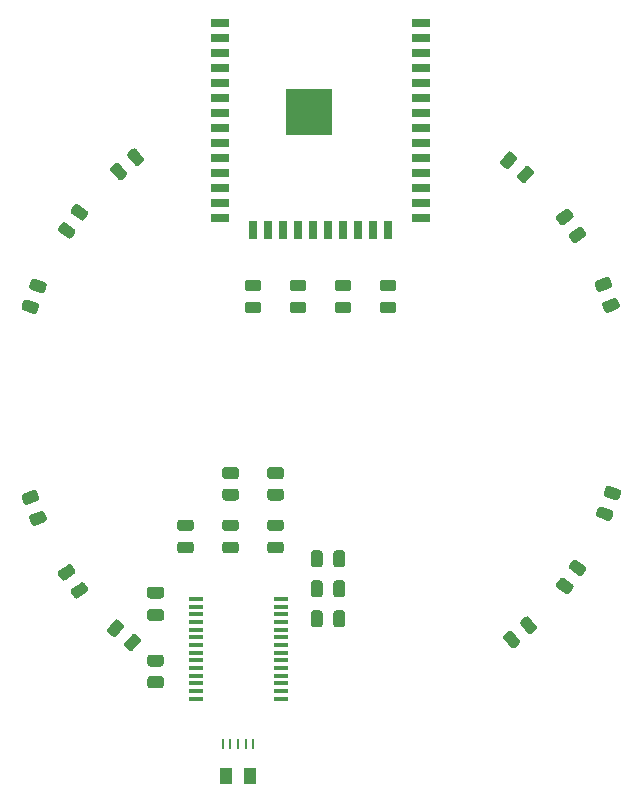
<source format=gbr>
G04 #@! TF.GenerationSoftware,KiCad,Pcbnew,(5.1.9-0-10_14)*
G04 #@! TF.CreationDate,2021-06-02T14:27:10-05:00*
G04 #@! TF.ProjectId,kbxIrBlaster,6b627849-7242-46c6-9173-7465722e6b69,rev?*
G04 #@! TF.SameCoordinates,Original*
G04 #@! TF.FileFunction,Paste,Top*
G04 #@! TF.FilePolarity,Positive*
%FSLAX46Y46*%
G04 Gerber Fmt 4.6, Leading zero omitted, Abs format (unit mm)*
G04 Created by KiCad (PCBNEW (5.1.9-0-10_14)) date 2021-06-02 14:27:10*
%MOMM*%
%LPD*%
G01*
G04 APERTURE LIST*
%ADD10R,1.225000X0.315000*%
%ADD11R,1.050000X1.330000*%
%ADD12R,0.280000X0.945000*%
%ADD13R,1.600000X0.720000*%
%ADD14R,0.720000X1.600000*%
%ADD15R,4.000000X4.000000*%
G04 APERTURE END LIST*
D10*
X146615000Y-106730000D03*
X146615000Y-107380000D03*
X146615000Y-108030000D03*
X146615000Y-108680000D03*
X146615000Y-109330000D03*
X146615000Y-109980000D03*
X146615000Y-110630000D03*
X146615000Y-111280000D03*
X146615000Y-111930000D03*
X146615000Y-112580000D03*
X146615000Y-113230000D03*
X146615000Y-113880000D03*
X146615000Y-114530000D03*
X146615000Y-115180000D03*
X139415000Y-115180000D03*
X139415000Y-114530000D03*
X139415000Y-113880000D03*
X139415000Y-113230000D03*
X139415000Y-112580000D03*
X139415000Y-111930000D03*
X139415000Y-111280000D03*
X139415000Y-110630000D03*
X139415000Y-109980000D03*
X139415000Y-109330000D03*
X139415000Y-108680000D03*
X139415000Y-108030000D03*
X139415000Y-107380000D03*
X139415000Y-106730000D03*
G36*
G01*
X135579998Y-113260000D02*
X136480002Y-113260000D01*
G75*
G02*
X136730000Y-113509998I0J-249998D01*
G01*
X136730000Y-114035002D01*
G75*
G02*
X136480002Y-114285000I-249998J0D01*
G01*
X135579998Y-114285000D01*
G75*
G02*
X135330000Y-114035002I0J249998D01*
G01*
X135330000Y-113509998D01*
G75*
G02*
X135579998Y-113260000I249998J0D01*
G01*
G37*
G36*
G01*
X135579998Y-111435000D02*
X136480002Y-111435000D01*
G75*
G02*
X136730000Y-111684998I0J-249998D01*
G01*
X136730000Y-112210002D01*
G75*
G02*
X136480002Y-112460000I-249998J0D01*
G01*
X135579998Y-112460000D01*
G75*
G02*
X135330000Y-112210002I0J249998D01*
G01*
X135330000Y-111684998D01*
G75*
G02*
X135579998Y-111435000I249998J0D01*
G01*
G37*
G36*
G01*
X142830002Y-96585000D02*
X141929998Y-96585000D01*
G75*
G02*
X141680000Y-96335002I0J249998D01*
G01*
X141680000Y-95809998D01*
G75*
G02*
X141929998Y-95560000I249998J0D01*
G01*
X142830002Y-95560000D01*
G75*
G02*
X143080000Y-95809998I0J-249998D01*
G01*
X143080000Y-96335002D01*
G75*
G02*
X142830002Y-96585000I-249998J0D01*
G01*
G37*
G36*
G01*
X142830002Y-98410000D02*
X141929998Y-98410000D01*
G75*
G02*
X141680000Y-98160002I0J249998D01*
G01*
X141680000Y-97634998D01*
G75*
G02*
X141929998Y-97385000I249998J0D01*
G01*
X142830002Y-97385000D01*
G75*
G02*
X143080000Y-97634998I0J-249998D01*
G01*
X143080000Y-98160002D01*
G75*
G02*
X142830002Y-98410000I-249998J0D01*
G01*
G37*
G36*
G01*
X146640002Y-96585000D02*
X145739998Y-96585000D01*
G75*
G02*
X145490000Y-96335002I0J249998D01*
G01*
X145490000Y-95809998D01*
G75*
G02*
X145739998Y-95560000I249998J0D01*
G01*
X146640002Y-95560000D01*
G75*
G02*
X146890000Y-95809998I0J-249998D01*
G01*
X146890000Y-96335002D01*
G75*
G02*
X146640002Y-96585000I-249998J0D01*
G01*
G37*
G36*
G01*
X146640002Y-98410000D02*
X145739998Y-98410000D01*
G75*
G02*
X145490000Y-98160002I0J249998D01*
G01*
X145490000Y-97634998D01*
G75*
G02*
X145739998Y-97385000I249998J0D01*
G01*
X146640002Y-97385000D01*
G75*
G02*
X146890000Y-97634998I0J-249998D01*
G01*
X146890000Y-98160002D01*
G75*
G02*
X146640002Y-98410000I-249998J0D01*
G01*
G37*
D11*
X142015000Y-121717500D03*
D12*
X143015000Y-119017500D03*
X143665000Y-119017500D03*
X144315000Y-119017500D03*
X141715000Y-119017500D03*
X142365000Y-119017500D03*
D11*
X144015000Y-121717500D03*
G36*
G01*
X138113750Y-101880000D02*
X139026250Y-101880000D01*
G75*
G02*
X139270000Y-102123750I0J-243750D01*
G01*
X139270000Y-102611250D01*
G75*
G02*
X139026250Y-102855000I-243750J0D01*
G01*
X138113750Y-102855000D01*
G75*
G02*
X137870000Y-102611250I0J243750D01*
G01*
X137870000Y-102123750D01*
G75*
G02*
X138113750Y-101880000I243750J0D01*
G01*
G37*
G36*
G01*
X138113750Y-100005000D02*
X139026250Y-100005000D01*
G75*
G02*
X139270000Y-100248750I0J-243750D01*
G01*
X139270000Y-100736250D01*
G75*
G02*
X139026250Y-100980000I-243750J0D01*
G01*
X138113750Y-100980000D01*
G75*
G02*
X137870000Y-100736250I0J243750D01*
G01*
X137870000Y-100248750D01*
G75*
G02*
X138113750Y-100005000I243750J0D01*
G01*
G37*
G36*
G01*
X141923750Y-101880000D02*
X142836250Y-101880000D01*
G75*
G02*
X143080000Y-102123750I0J-243750D01*
G01*
X143080000Y-102611250D01*
G75*
G02*
X142836250Y-102855000I-243750J0D01*
G01*
X141923750Y-102855000D01*
G75*
G02*
X141680000Y-102611250I0J243750D01*
G01*
X141680000Y-102123750D01*
G75*
G02*
X141923750Y-101880000I243750J0D01*
G01*
G37*
G36*
G01*
X141923750Y-100005000D02*
X142836250Y-100005000D01*
G75*
G02*
X143080000Y-100248750I0J-243750D01*
G01*
X143080000Y-100736250D01*
G75*
G02*
X142836250Y-100980000I-243750J0D01*
G01*
X141923750Y-100980000D01*
G75*
G02*
X141680000Y-100736250I0J243750D01*
G01*
X141680000Y-100248750D01*
G75*
G02*
X141923750Y-100005000I243750J0D01*
G01*
G37*
G36*
G01*
X145733750Y-101880000D02*
X146646250Y-101880000D01*
G75*
G02*
X146890000Y-102123750I0J-243750D01*
G01*
X146890000Y-102611250D01*
G75*
G02*
X146646250Y-102855000I-243750J0D01*
G01*
X145733750Y-102855000D01*
G75*
G02*
X145490000Y-102611250I0J243750D01*
G01*
X145490000Y-102123750D01*
G75*
G02*
X145733750Y-101880000I243750J0D01*
G01*
G37*
G36*
G01*
X145733750Y-100005000D02*
X146646250Y-100005000D01*
G75*
G02*
X146890000Y-100248750I0J-243750D01*
G01*
X146890000Y-100736250D01*
G75*
G02*
X146646250Y-100980000I-243750J0D01*
G01*
X145733750Y-100980000D01*
G75*
G02*
X145490000Y-100736250I0J243750D01*
G01*
X145490000Y-100248750D01*
G75*
G02*
X145733750Y-100005000I243750J0D01*
G01*
G37*
G36*
G01*
X166688449Y-70826762D02*
X167274993Y-70127747D01*
G75*
G02*
X167618395Y-70097703I186723J-156679D01*
G01*
X167991841Y-70411062D01*
G75*
G02*
X168021885Y-70754464I-156679J-186723D01*
G01*
X167435341Y-71453479D01*
G75*
G02*
X167091939Y-71483523I-186723J156679D01*
G01*
X166718493Y-71170164D01*
G75*
G02*
X166688449Y-70826762I156679J186723D01*
G01*
G37*
G36*
G01*
X165252115Y-69621536D02*
X165838659Y-68922521D01*
G75*
G02*
X166182061Y-68892477I186723J-156679D01*
G01*
X166555507Y-69205836D01*
G75*
G02*
X166585551Y-69549238I-156679J-186723D01*
G01*
X165999007Y-70248253D01*
G75*
G02*
X165655605Y-70278297I-186723J156679D01*
G01*
X165282159Y-69964938D01*
G75*
G02*
X165252115Y-69621536I156679J186723D01*
G01*
G37*
G36*
G01*
X174442644Y-97140891D02*
X175300113Y-97452985D01*
G75*
G02*
X175445796Y-97765402I-83367J-229050D01*
G01*
X175279061Y-98223502D01*
G75*
G02*
X174966644Y-98369185I-229050J83367D01*
G01*
X174109175Y-98057091D01*
G75*
G02*
X173963492Y-97744674I83367J229050D01*
G01*
X174130227Y-97286574D01*
G75*
G02*
X174442644Y-97140891I229050J-83367D01*
G01*
G37*
G36*
G01*
X173801356Y-98902815D02*
X174658825Y-99214909D01*
G75*
G02*
X174804508Y-99527326I-83367J-229050D01*
G01*
X174637773Y-99985426D01*
G75*
G02*
X174325356Y-100131109I-229050J83367D01*
G01*
X173467887Y-99819015D01*
G75*
G02*
X173322204Y-99506598I83367J229050D01*
G01*
X173488939Y-99048498D01*
G75*
G02*
X173801356Y-98902815I229050J-83367D01*
G01*
G37*
G36*
G01*
X133311551Y-109173238D02*
X132725007Y-109872253D01*
G75*
G02*
X132381605Y-109902297I-186723J156679D01*
G01*
X132008159Y-109588938D01*
G75*
G02*
X131978115Y-109245536I156679J186723D01*
G01*
X132564659Y-108546521D01*
G75*
G02*
X132908061Y-108516477I186723J-156679D01*
G01*
X133281507Y-108829836D01*
G75*
G02*
X133311551Y-109173238I-156679J-186723D01*
G01*
G37*
G36*
G01*
X134747885Y-110378464D02*
X134161341Y-111077479D01*
G75*
G02*
X133817939Y-111107523I-186723J156679D01*
G01*
X133444493Y-110794164D01*
G75*
G02*
X133414449Y-110450762I156679J186723D01*
G01*
X134000993Y-109751747D01*
G75*
G02*
X134344395Y-109721703I186723J-156679D01*
G01*
X134717841Y-110035062D01*
G75*
G02*
X134747885Y-110378464I-156679J-186723D01*
G01*
G37*
G36*
G01*
X126325644Y-80843185D02*
X125468175Y-80531091D01*
G75*
G02*
X125322492Y-80218674I83367J229050D01*
G01*
X125489227Y-79760574D01*
G75*
G02*
X125801644Y-79614891I229050J-83367D01*
G01*
X126659113Y-79926985D01*
G75*
G02*
X126804796Y-80239402I-83367J-229050D01*
G01*
X126638061Y-80697502D01*
G75*
G02*
X126325644Y-80843185I-229050J83367D01*
G01*
G37*
G36*
G01*
X125684356Y-82605109D02*
X124826887Y-82293015D01*
G75*
G02*
X124681204Y-81980598I83367J229050D01*
G01*
X124847939Y-81522498D01*
G75*
G02*
X125160356Y-81376815I229050J-83367D01*
G01*
X126017825Y-81688909D01*
G75*
G02*
X126163508Y-82001326I-83367J-229050D01*
G01*
X125996773Y-82459426D01*
G75*
G02*
X125684356Y-82605109I-229050J83367D01*
G01*
G37*
G36*
G01*
X173982175Y-81561909D02*
X174839644Y-81249815D01*
G75*
G02*
X175152061Y-81395498I83367J-229050D01*
G01*
X175318796Y-81853598D01*
G75*
G02*
X175173113Y-82166015I-229050J-83367D01*
G01*
X174315644Y-82478109D01*
G75*
G02*
X174003227Y-82332426I-83367J229050D01*
G01*
X173836492Y-81874326D01*
G75*
G02*
X173982175Y-81561909I229050J83367D01*
G01*
G37*
G36*
G01*
X173340887Y-79799985D02*
X174198356Y-79487891D01*
G75*
G02*
X174510773Y-79633574I83367J-229050D01*
G01*
X174677508Y-80091674D01*
G75*
G02*
X174531825Y-80404091I-229050J-83367D01*
G01*
X173674356Y-80716185D01*
G75*
G02*
X173361939Y-80570502I-83367J229050D01*
G01*
X173195204Y-80112402D01*
G75*
G02*
X173340887Y-79799985I229050J83367D01*
G01*
G37*
G36*
G01*
X166253007Y-109497747D02*
X166839551Y-110196762D01*
G75*
G02*
X166809507Y-110540164I-186723J-156679D01*
G01*
X166436061Y-110853523D01*
G75*
G02*
X166092659Y-110823479I-156679J186723D01*
G01*
X165506115Y-110124464D01*
G75*
G02*
X165536159Y-109781062I186723J156679D01*
G01*
X165909605Y-109467703D01*
G75*
G02*
X166253007Y-109497747I156679J-186723D01*
G01*
G37*
G36*
G01*
X167689341Y-108292521D02*
X168275885Y-108991536D01*
G75*
G02*
X168245841Y-109334938I-186723J-156679D01*
G01*
X167872395Y-109648297D01*
G75*
G02*
X167528993Y-109618253I-156679J186723D01*
G01*
X166942449Y-108919238D01*
G75*
G02*
X166972493Y-108575836I186723J156679D01*
G01*
X167345939Y-108262477D01*
G75*
G02*
X167689341Y-108292521I156679J-186723D01*
G01*
G37*
G36*
G01*
X126017825Y-98438091D02*
X125160356Y-98750185D01*
G75*
G02*
X124847939Y-98604502I-83367J229050D01*
G01*
X124681204Y-98146402D01*
G75*
G02*
X124826887Y-97833985I229050J83367D01*
G01*
X125684356Y-97521891D01*
G75*
G02*
X125996773Y-97667574I83367J-229050D01*
G01*
X126163508Y-98125674D01*
G75*
G02*
X126017825Y-98438091I-229050J-83367D01*
G01*
G37*
G36*
G01*
X126659113Y-100200015D02*
X125801644Y-100512109D01*
G75*
G02*
X125489227Y-100366426I-83367J229050D01*
G01*
X125322492Y-99908326D01*
G75*
G02*
X125468175Y-99595909I229050J83367D01*
G01*
X126325644Y-99283815D01*
G75*
G02*
X126638061Y-99429498I83367J-229050D01*
G01*
X126804796Y-99887598D01*
G75*
G02*
X126659113Y-100200015I-229050J-83367D01*
G01*
G37*
G36*
G01*
X134254993Y-69994253D02*
X133668449Y-69295238D01*
G75*
G02*
X133698493Y-68951836I186723J156679D01*
G01*
X134071939Y-68638477D01*
G75*
G02*
X134415341Y-68668521I156679J-186723D01*
G01*
X135001885Y-69367536D01*
G75*
G02*
X134971841Y-69710938I-186723J-156679D01*
G01*
X134598395Y-70024297D01*
G75*
G02*
X134254993Y-69994253I-156679J186723D01*
G01*
G37*
G36*
G01*
X132818659Y-71199479D02*
X132232115Y-70500464D01*
G75*
G02*
X132262159Y-70157062I186723J156679D01*
G01*
X132635605Y-69843703D01*
G75*
G02*
X132979007Y-69873747I156679J-186723D01*
G01*
X133565551Y-70572762D01*
G75*
G02*
X133535507Y-70916164I-186723J-156679D01*
G01*
X133162061Y-71229523D01*
G75*
G02*
X132818659Y-71199479I-156679J186723D01*
G01*
G37*
G36*
G01*
X171093372Y-75771313D02*
X171840848Y-75247924D01*
G75*
G02*
X172180325Y-75307783I139809J-199668D01*
G01*
X172459943Y-75707120D01*
G75*
G02*
X172400084Y-76046597I-199668J-139809D01*
G01*
X171652608Y-76569986D01*
G75*
G02*
X171313131Y-76510127I-139809J199668D01*
G01*
X171033513Y-76110790D01*
G75*
G02*
X171093372Y-75771313I199668J139809D01*
G01*
G37*
G36*
G01*
X170017916Y-74235403D02*
X170765392Y-73712014D01*
G75*
G02*
X171104869Y-73771873I139809J-199668D01*
G01*
X171384487Y-74171210D01*
G75*
G02*
X171324628Y-74510687I-199668J-139809D01*
G01*
X170577152Y-75034076D01*
G75*
G02*
X170237675Y-74974217I-139809J199668D01*
G01*
X169958057Y-74574880D01*
G75*
G02*
X170017916Y-74235403I199668J139809D01*
G01*
G37*
G36*
G01*
X170577152Y-104965924D02*
X171324628Y-105489313D01*
G75*
G02*
X171384487Y-105828790I-139809J-199668D01*
G01*
X171104869Y-106228127D01*
G75*
G02*
X170765392Y-106287986I-199668J139809D01*
G01*
X170017916Y-105764597D01*
G75*
G02*
X169958057Y-105425120I139809J199668D01*
G01*
X170237675Y-105025783D01*
G75*
G02*
X170577152Y-104965924I199668J-139809D01*
G01*
G37*
G36*
G01*
X171652608Y-103430014D02*
X172400084Y-103953403D01*
G75*
G02*
X172459943Y-104292880I-139809J-199668D01*
G01*
X172180325Y-104692217D01*
G75*
G02*
X171840848Y-104752076I-199668J139809D01*
G01*
X171093372Y-104228687D01*
G75*
G02*
X171033513Y-103889210I139809J199668D01*
G01*
X171313131Y-103489873D01*
G75*
G02*
X171652608Y-103430014I199668J-139809D01*
G01*
G37*
G36*
G01*
X129160628Y-104609687D02*
X128413152Y-105133076D01*
G75*
G02*
X128073675Y-105073217I-139809J199668D01*
G01*
X127794057Y-104673880D01*
G75*
G02*
X127853916Y-104334403I199668J139809D01*
G01*
X128601392Y-103811014D01*
G75*
G02*
X128940869Y-103870873I139809J-199668D01*
G01*
X129220487Y-104270210D01*
G75*
G02*
X129160628Y-104609687I-199668J-139809D01*
G01*
G37*
G36*
G01*
X130236084Y-106145597D02*
X129488608Y-106668986D01*
G75*
G02*
X129149131Y-106609127I-139809J199668D01*
G01*
X128869513Y-106209790D01*
G75*
G02*
X128929372Y-105870313I199668J139809D01*
G01*
X129676848Y-105346924D01*
G75*
G02*
X130016325Y-105406783I139809J-199668D01*
G01*
X130295943Y-105806120D01*
G75*
G02*
X130236084Y-106145597I-199668J-139809D01*
G01*
G37*
G36*
G01*
X129676848Y-74653076D02*
X128929372Y-74129687D01*
G75*
G02*
X128869513Y-73790210I139809J199668D01*
G01*
X129149131Y-73390873D01*
G75*
G02*
X129488608Y-73331014I199668J-139809D01*
G01*
X130236084Y-73854403D01*
G75*
G02*
X130295943Y-74193880I-139809J-199668D01*
G01*
X130016325Y-74593217D01*
G75*
G02*
X129676848Y-74653076I-199668J139809D01*
G01*
G37*
G36*
G01*
X128601392Y-76188986D02*
X127853916Y-75665597D01*
G75*
G02*
X127794057Y-75326120I139809J199668D01*
G01*
X128073675Y-74926783D01*
G75*
G02*
X128413152Y-74866924I199668J-139809D01*
G01*
X129160628Y-75390313D01*
G75*
G02*
X129220487Y-75729790I-139809J-199668D01*
G01*
X128940869Y-76129127D01*
G75*
G02*
X128601392Y-76188986I-199668J139809D01*
G01*
G37*
G36*
G01*
X143828750Y-81560000D02*
X144741250Y-81560000D01*
G75*
G02*
X144985000Y-81803750I0J-243750D01*
G01*
X144985000Y-82291250D01*
G75*
G02*
X144741250Y-82535000I-243750J0D01*
G01*
X143828750Y-82535000D01*
G75*
G02*
X143585000Y-82291250I0J243750D01*
G01*
X143585000Y-81803750D01*
G75*
G02*
X143828750Y-81560000I243750J0D01*
G01*
G37*
G36*
G01*
X143828750Y-79685000D02*
X144741250Y-79685000D01*
G75*
G02*
X144985000Y-79928750I0J-243750D01*
G01*
X144985000Y-80416250D01*
G75*
G02*
X144741250Y-80660000I-243750J0D01*
G01*
X143828750Y-80660000D01*
G75*
G02*
X143585000Y-80416250I0J243750D01*
G01*
X143585000Y-79928750D01*
G75*
G02*
X143828750Y-79685000I243750J0D01*
G01*
G37*
G36*
G01*
X147638750Y-81560000D02*
X148551250Y-81560000D01*
G75*
G02*
X148795000Y-81803750I0J-243750D01*
G01*
X148795000Y-82291250D01*
G75*
G02*
X148551250Y-82535000I-243750J0D01*
G01*
X147638750Y-82535000D01*
G75*
G02*
X147395000Y-82291250I0J243750D01*
G01*
X147395000Y-81803750D01*
G75*
G02*
X147638750Y-81560000I243750J0D01*
G01*
G37*
G36*
G01*
X147638750Y-79685000D02*
X148551250Y-79685000D01*
G75*
G02*
X148795000Y-79928750I0J-243750D01*
G01*
X148795000Y-80416250D01*
G75*
G02*
X148551250Y-80660000I-243750J0D01*
G01*
X147638750Y-80660000D01*
G75*
G02*
X147395000Y-80416250I0J243750D01*
G01*
X147395000Y-79928750D01*
G75*
G02*
X147638750Y-79685000I243750J0D01*
G01*
G37*
G36*
G01*
X151448750Y-81560000D02*
X152361250Y-81560000D01*
G75*
G02*
X152605000Y-81803750I0J-243750D01*
G01*
X152605000Y-82291250D01*
G75*
G02*
X152361250Y-82535000I-243750J0D01*
G01*
X151448750Y-82535000D01*
G75*
G02*
X151205000Y-82291250I0J243750D01*
G01*
X151205000Y-81803750D01*
G75*
G02*
X151448750Y-81560000I243750J0D01*
G01*
G37*
G36*
G01*
X151448750Y-79685000D02*
X152361250Y-79685000D01*
G75*
G02*
X152605000Y-79928750I0J-243750D01*
G01*
X152605000Y-80416250D01*
G75*
G02*
X152361250Y-80660000I-243750J0D01*
G01*
X151448750Y-80660000D01*
G75*
G02*
X151205000Y-80416250I0J243750D01*
G01*
X151205000Y-79928750D01*
G75*
G02*
X151448750Y-79685000I243750J0D01*
G01*
G37*
G36*
G01*
X155258750Y-81560000D02*
X156171250Y-81560000D01*
G75*
G02*
X156415000Y-81803750I0J-243750D01*
G01*
X156415000Y-82291250D01*
G75*
G02*
X156171250Y-82535000I-243750J0D01*
G01*
X155258750Y-82535000D01*
G75*
G02*
X155015000Y-82291250I0J243750D01*
G01*
X155015000Y-81803750D01*
G75*
G02*
X155258750Y-81560000I243750J0D01*
G01*
G37*
G36*
G01*
X155258750Y-79685000D02*
X156171250Y-79685000D01*
G75*
G02*
X156415000Y-79928750I0J-243750D01*
G01*
X156415000Y-80416250D01*
G75*
G02*
X156171250Y-80660000I-243750J0D01*
G01*
X155258750Y-80660000D01*
G75*
G02*
X155015000Y-80416250I0J243750D01*
G01*
X155015000Y-79928750D01*
G75*
G02*
X155258750Y-79685000I243750J0D01*
G01*
G37*
G36*
G01*
X136505000Y-106695000D02*
X135555000Y-106695000D01*
G75*
G02*
X135305000Y-106445000I0J250000D01*
G01*
X135305000Y-105945000D01*
G75*
G02*
X135555000Y-105695000I250000J0D01*
G01*
X136505000Y-105695000D01*
G75*
G02*
X136755000Y-105945000I0J-250000D01*
G01*
X136755000Y-106445000D01*
G75*
G02*
X136505000Y-106695000I-250000J0D01*
G01*
G37*
G36*
G01*
X136505000Y-108595000D02*
X135555000Y-108595000D01*
G75*
G02*
X135305000Y-108345000I0J250000D01*
G01*
X135305000Y-107845000D01*
G75*
G02*
X135555000Y-107595000I250000J0D01*
G01*
X136505000Y-107595000D01*
G75*
G02*
X136755000Y-107845000I0J-250000D01*
G01*
X136755000Y-108345000D01*
G75*
G02*
X136505000Y-108595000I-250000J0D01*
G01*
G37*
G36*
G01*
X150185000Y-107940000D02*
X150185000Y-108890000D01*
G75*
G02*
X149935000Y-109140000I-250000J0D01*
G01*
X149435000Y-109140000D01*
G75*
G02*
X149185000Y-108890000I0J250000D01*
G01*
X149185000Y-107940000D01*
G75*
G02*
X149435000Y-107690000I250000J0D01*
G01*
X149935000Y-107690000D01*
G75*
G02*
X150185000Y-107940000I0J-250000D01*
G01*
G37*
G36*
G01*
X152085000Y-107940000D02*
X152085000Y-108890000D01*
G75*
G02*
X151835000Y-109140000I-250000J0D01*
G01*
X151335000Y-109140000D01*
G75*
G02*
X151085000Y-108890000I0J250000D01*
G01*
X151085000Y-107940000D01*
G75*
G02*
X151335000Y-107690000I250000J0D01*
G01*
X151835000Y-107690000D01*
G75*
G02*
X152085000Y-107940000I0J-250000D01*
G01*
G37*
G36*
G01*
X150185000Y-105400000D02*
X150185000Y-106350000D01*
G75*
G02*
X149935000Y-106600000I-250000J0D01*
G01*
X149435000Y-106600000D01*
G75*
G02*
X149185000Y-106350000I0J250000D01*
G01*
X149185000Y-105400000D01*
G75*
G02*
X149435000Y-105150000I250000J0D01*
G01*
X149935000Y-105150000D01*
G75*
G02*
X150185000Y-105400000I0J-250000D01*
G01*
G37*
G36*
G01*
X152085000Y-105400000D02*
X152085000Y-106350000D01*
G75*
G02*
X151835000Y-106600000I-250000J0D01*
G01*
X151335000Y-106600000D01*
G75*
G02*
X151085000Y-106350000I0J250000D01*
G01*
X151085000Y-105400000D01*
G75*
G02*
X151335000Y-105150000I250000J0D01*
G01*
X151835000Y-105150000D01*
G75*
G02*
X152085000Y-105400000I0J-250000D01*
G01*
G37*
G36*
G01*
X150185000Y-102860000D02*
X150185000Y-103810000D01*
G75*
G02*
X149935000Y-104060000I-250000J0D01*
G01*
X149435000Y-104060000D01*
G75*
G02*
X149185000Y-103810000I0J250000D01*
G01*
X149185000Y-102860000D01*
G75*
G02*
X149435000Y-102610000I250000J0D01*
G01*
X149935000Y-102610000D01*
G75*
G02*
X150185000Y-102860000I0J-250000D01*
G01*
G37*
G36*
G01*
X152085000Y-102860000D02*
X152085000Y-103810000D01*
G75*
G02*
X151835000Y-104060000I-250000J0D01*
G01*
X151335000Y-104060000D01*
G75*
G02*
X151085000Y-103810000I0J250000D01*
G01*
X151085000Y-102860000D01*
G75*
G02*
X151335000Y-102610000I250000J0D01*
G01*
X151835000Y-102610000D01*
G75*
G02*
X152085000Y-102860000I0J-250000D01*
G01*
G37*
D13*
X158500000Y-57996000D03*
X158500000Y-59266000D03*
X158500000Y-60536000D03*
X158500000Y-61806000D03*
X158500000Y-63076000D03*
X158500000Y-64346000D03*
X158500000Y-65616000D03*
X158500000Y-66886000D03*
X158500000Y-68156000D03*
X158500000Y-69426000D03*
X158500000Y-70696000D03*
X158500000Y-71966000D03*
X158500000Y-73236000D03*
X158500000Y-74506000D03*
D14*
X155715000Y-75506000D03*
X154445000Y-75506000D03*
X153175000Y-75506000D03*
X151905000Y-75506000D03*
X150635000Y-75506000D03*
X149365000Y-75506000D03*
X148095000Y-75506000D03*
X146825000Y-75506000D03*
X145555000Y-75506000D03*
X144285000Y-75506000D03*
D13*
X141500000Y-74506000D03*
X141500000Y-73236000D03*
X141500000Y-71966000D03*
X141500000Y-70696000D03*
X141500000Y-69426000D03*
X141500000Y-68156000D03*
X141500000Y-66886000D03*
X141500000Y-65616000D03*
X141500000Y-64346000D03*
X141500000Y-63076000D03*
X141500000Y-61806000D03*
X141500000Y-60536000D03*
X141500000Y-59266000D03*
X141500000Y-57996000D03*
D15*
X149000000Y-65496000D03*
M02*

</source>
